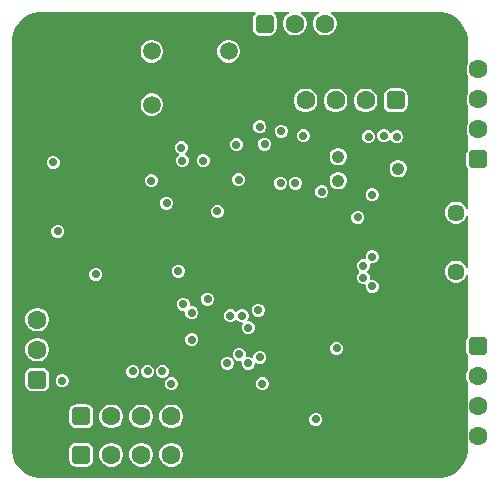
<source format=gbr>
%TF.GenerationSoftware,Altium Limited,Altium Designer,24.1.2 (44)*%
G04 Layer_Physical_Order=3*
G04 Layer_Color=16440176*
%FSLAX45Y45*%
%MOMM*%
%TF.SameCoordinates,9F746DA8-F38A-4014-887F-1EC8760E2830*%
%TF.FilePolarity,Positive*%
%TF.FileFunction,Copper,L3,Inr,Signal*%
%TF.Part,Single*%
G01*
G75*
%TA.AperFunction,ComponentPad*%
%ADD36C,1.49800*%
%ADD37C,1.06700*%
%ADD38C,1.60000*%
G04:AMPARAMS|DCode=39|XSize=1.6mm|YSize=1.6mm|CornerRadius=0.4mm|HoleSize=0mm|Usage=FLASHONLY|Rotation=0.000|XOffset=0mm|YOffset=0mm|HoleType=Round|Shape=RoundedRectangle|*
%AMROUNDEDRECTD39*
21,1,1.60000,0.80000,0,0,0.0*
21,1,0.80000,1.60000,0,0,0.0*
1,1,0.80000,0.40000,-0.40000*
1,1,0.80000,-0.40000,-0.40000*
1,1,0.80000,-0.40000,0.40000*
1,1,0.80000,0.40000,0.40000*
%
%ADD39ROUNDEDRECTD39*%
G04:AMPARAMS|DCode=40|XSize=1.6mm|YSize=1.6mm|CornerRadius=0.4mm|HoleSize=0mm|Usage=FLASHONLY|Rotation=90.000|XOffset=0mm|YOffset=0mm|HoleType=Round|Shape=RoundedRectangle|*
%AMROUNDEDRECTD40*
21,1,1.60000,0.80000,0,0,90.0*
21,1,0.80000,1.60000,0,0,90.0*
1,1,0.80000,0.40000,0.40000*
1,1,0.80000,0.40000,-0.40000*
1,1,0.80000,-0.40000,-0.40000*
1,1,0.80000,-0.40000,0.40000*
%
%ADD40ROUNDEDRECTD40*%
%ADD41C,1.45000*%
%TA.AperFunction,ViaPad*%
%ADD42C,0.80000*%
%ADD43C,0.70000*%
%ADD44C,0.50000*%
G36*
X10531106Y11340239D02*
X10577331Y11321092D01*
X10618932Y11293294D01*
X10654311Y11257915D01*
X10682109Y11216314D01*
X10701256Y11170089D01*
X10711017Y11121017D01*
Y11096000D01*
Y10907876D01*
X10706815Y10900598D01*
X10700000Y10875165D01*
Y10848835D01*
X10706815Y10823402D01*
X10711017Y10816124D01*
Y10653876D01*
X10706815Y10646598D01*
X10700000Y10621165D01*
Y10594835D01*
X10706815Y10569402D01*
X10711017Y10562124D01*
Y10399876D01*
X10706815Y10392598D01*
X10700000Y10367165D01*
Y10340835D01*
X10706815Y10315402D01*
X10711017Y10308124D01*
Y10174689D01*
X10703481Y10163411D01*
X10698825Y10140000D01*
Y10060000D01*
X10703481Y10036589D01*
X10711017Y10025312D01*
Y9679461D01*
X10698317Y9677789D01*
X10696196Y9685704D01*
X10684019Y9706796D01*
X10666796Y9724018D01*
X10645704Y9736196D01*
X10622178Y9742500D01*
X10597822D01*
X10574297Y9736196D01*
X10553204Y9724018D01*
X10535982Y9706796D01*
X10523804Y9685704D01*
X10517500Y9662178D01*
Y9637822D01*
X10523804Y9614296D01*
X10535982Y9593204D01*
X10553204Y9575982D01*
X10574297Y9563804D01*
X10597822Y9557500D01*
X10622178D01*
X10645704Y9563804D01*
X10666796Y9575982D01*
X10684019Y9593204D01*
X10696196Y9614296D01*
X10698317Y9622211D01*
X10711017Y9620539D01*
Y9179461D01*
X10698317Y9177789D01*
X10696196Y9185703D01*
X10684019Y9206796D01*
X10666796Y9224018D01*
X10645704Y9236196D01*
X10622178Y9242500D01*
X10597822D01*
X10574297Y9236196D01*
X10553204Y9224018D01*
X10535982Y9206796D01*
X10523804Y9185703D01*
X10517500Y9162178D01*
Y9137822D01*
X10523804Y9114296D01*
X10535982Y9093204D01*
X10553204Y9075982D01*
X10574297Y9063804D01*
X10597822Y9057500D01*
X10622178D01*
X10645704Y9063804D01*
X10666796Y9075982D01*
X10684019Y9093204D01*
X10696196Y9114296D01*
X10698317Y9122211D01*
X10711017Y9120539D01*
Y8597430D01*
X10700981Y8582411D01*
X10696325Y8559000D01*
Y8479000D01*
X10700981Y8455589D01*
X10711017Y8440570D01*
Y8315206D01*
X10704315Y8303598D01*
X10697500Y8278165D01*
Y8251835D01*
X10704315Y8226402D01*
X10711017Y8214794D01*
Y7654000D01*
Y7628983D01*
X10701256Y7579911D01*
X10682109Y7533686D01*
X10654311Y7492084D01*
X10618932Y7456705D01*
X10577331Y7428908D01*
X10531106Y7409761D01*
X10482034Y7400000D01*
X7080000D01*
X7030928Y7409761D01*
X6984703Y7428908D01*
X6943101Y7456705D01*
X6907722Y7492084D01*
X6879925Y7533686D01*
X6860778Y7579911D01*
X6851017Y7628983D01*
Y7654000D01*
Y9510000D01*
Y11096000D01*
Y11121017D01*
X6860778Y11170089D01*
X6879925Y11216314D01*
X6907722Y11257915D01*
X6943101Y11293294D01*
X6984703Y11321092D01*
X7030928Y11340239D01*
X7080000Y11350000D01*
X8910940D01*
X8914792Y11337300D01*
X8908743Y11333257D01*
X8895481Y11313411D01*
X8890825Y11290000D01*
Y11210000D01*
X8895481Y11186589D01*
X8908743Y11166743D01*
X8928589Y11153481D01*
X8952000Y11148825D01*
X9032000D01*
X9055411Y11153481D01*
X9075257Y11166743D01*
X9088519Y11186589D01*
X9093175Y11210000D01*
Y11290000D01*
X9088519Y11313411D01*
X9075257Y11333257D01*
X9069208Y11337300D01*
X9073060Y11350000D01*
X9193805D01*
X9197208Y11337300D01*
X9184599Y11330020D01*
X9165980Y11311401D01*
X9152815Y11288598D01*
X9146000Y11263165D01*
Y11236835D01*
X9152815Y11211402D01*
X9165980Y11188599D01*
X9184599Y11169980D01*
X9207402Y11156815D01*
X9232835Y11150000D01*
X9259165D01*
X9284598Y11156815D01*
X9307401Y11169980D01*
X9326020Y11188599D01*
X9339185Y11211402D01*
X9346000Y11236835D01*
Y11263165D01*
X9339185Y11288598D01*
X9326020Y11311401D01*
X9307401Y11330020D01*
X9294792Y11337300D01*
X9298195Y11350000D01*
X9447805D01*
X9451208Y11337300D01*
X9438599Y11330020D01*
X9419980Y11311401D01*
X9406815Y11288598D01*
X9400000Y11263165D01*
Y11236835D01*
X9406815Y11211402D01*
X9419980Y11188599D01*
X9438599Y11169980D01*
X9461402Y11156815D01*
X9486835Y11150000D01*
X9513165D01*
X9538598Y11156815D01*
X9561401Y11169980D01*
X9580020Y11188599D01*
X9593185Y11211402D01*
X9600000Y11236835D01*
Y11263165D01*
X9593185Y11288598D01*
X9580020Y11311401D01*
X9561401Y11330020D01*
X9548792Y11337300D01*
X9552195Y11350000D01*
X10482034D01*
X10531106Y11340239D01*
D02*
G37*
%LPC*%
G36*
X8697494Y11109900D02*
X8672506D01*
X8648370Y11103433D01*
X8626730Y11090939D01*
X8609061Y11073270D01*
X8596568Y11051630D01*
X8590100Y11027494D01*
Y11002506D01*
X8596568Y10978370D01*
X8609061Y10956730D01*
X8626730Y10939061D01*
X8648370Y10926567D01*
X8672506Y10920100D01*
X8697494D01*
X8721630Y10926567D01*
X8743270Y10939061D01*
X8760939Y10956730D01*
X8773433Y10978370D01*
X8779900Y11002506D01*
Y11027494D01*
X8773433Y11051630D01*
X8760939Y11073270D01*
X8743270Y11090939D01*
X8721630Y11103433D01*
X8697494Y11109900D01*
D02*
G37*
G36*
X8047494D02*
X8022506D01*
X7998370Y11103433D01*
X7976730Y11090939D01*
X7959061Y11073270D01*
X7946567Y11051630D01*
X7940100Y11027494D01*
Y11002506D01*
X7946567Y10978370D01*
X7959061Y10956730D01*
X7976730Y10939061D01*
X7998370Y10926567D01*
X8022506Y10920100D01*
X8047494D01*
X8071630Y10926567D01*
X8093270Y10939061D01*
X8110939Y10956730D01*
X8123433Y10978370D01*
X8129900Y11002506D01*
Y11027494D01*
X8123433Y11051630D01*
X8110939Y11073270D01*
X8093270Y11090939D01*
X8071630Y11103433D01*
X8047494Y11109900D01*
D02*
G37*
G36*
X9859165Y10700000D02*
X9832835D01*
X9807402Y10693185D01*
X9784599Y10680020D01*
X9765980Y10661401D01*
X9752815Y10638598D01*
X9746000Y10613165D01*
Y10586835D01*
X9752815Y10561402D01*
X9765980Y10538599D01*
X9784599Y10519980D01*
X9807402Y10506815D01*
X9832835Y10500000D01*
X9859165D01*
X9884598Y10506815D01*
X9907401Y10519980D01*
X9926020Y10538599D01*
X9939185Y10561402D01*
X9946000Y10586835D01*
Y10613165D01*
X9939185Y10638598D01*
X9926020Y10661401D01*
X9907401Y10680020D01*
X9884598Y10693185D01*
X9859165Y10700000D01*
D02*
G37*
G36*
X9605165D02*
X9578835D01*
X9553402Y10693185D01*
X9530599Y10680020D01*
X9511980Y10661401D01*
X9498815Y10638598D01*
X9492000Y10613165D01*
Y10586835D01*
X9498815Y10561402D01*
X9511980Y10538599D01*
X9530599Y10519980D01*
X9553402Y10506815D01*
X9578835Y10500000D01*
X9605165D01*
X9630598Y10506815D01*
X9653401Y10519980D01*
X9672020Y10538599D01*
X9685185Y10561402D01*
X9692000Y10586835D01*
Y10613165D01*
X9685185Y10638598D01*
X9672020Y10661401D01*
X9653401Y10680020D01*
X9630598Y10693185D01*
X9605165Y10700000D01*
D02*
G37*
G36*
X9351165D02*
X9324835D01*
X9299402Y10693185D01*
X9276599Y10680020D01*
X9257980Y10661401D01*
X9244815Y10638598D01*
X9238000Y10613165D01*
Y10586835D01*
X9244815Y10561402D01*
X9257980Y10538599D01*
X9276599Y10519980D01*
X9299402Y10506815D01*
X9324835Y10500000D01*
X9351165D01*
X9376598Y10506815D01*
X9399401Y10519980D01*
X9418020Y10538599D01*
X9431185Y10561402D01*
X9438000Y10586835D01*
Y10613165D01*
X9431185Y10638598D01*
X9418020Y10661401D01*
X9399401Y10680020D01*
X9376598Y10693185D01*
X9351165Y10700000D01*
D02*
G37*
G36*
X10140000Y10701175D02*
X10060000D01*
X10036589Y10696519D01*
X10016743Y10683257D01*
X10003481Y10663411D01*
X9998825Y10640000D01*
Y10560000D01*
X10003481Y10536589D01*
X10016743Y10516742D01*
X10036589Y10503481D01*
X10060000Y10498825D01*
X10140000D01*
X10163411Y10503481D01*
X10183258Y10516742D01*
X10196519Y10536589D01*
X10201175Y10560000D01*
Y10640000D01*
X10196519Y10663411D01*
X10183258Y10683257D01*
X10163411Y10696519D01*
X10140000Y10701175D01*
D02*
G37*
G36*
X8047494Y10659900D02*
X8022506D01*
X7998370Y10653433D01*
X7976730Y10640939D01*
X7959061Y10623270D01*
X7946567Y10601630D01*
X7940100Y10577494D01*
Y10552506D01*
X7946567Y10528370D01*
X7959061Y10506730D01*
X7976730Y10489061D01*
X7998370Y10476567D01*
X8022506Y10470100D01*
X8047494D01*
X8071630Y10476567D01*
X8093270Y10489061D01*
X8110939Y10506730D01*
X8123433Y10528370D01*
X8129900Y10552506D01*
Y10577494D01*
X8123433Y10601630D01*
X8110939Y10623270D01*
X8093270Y10640939D01*
X8071630Y10653433D01*
X8047494Y10659900D01*
D02*
G37*
G36*
X8960940Y10430000D02*
X8939060D01*
X8918845Y10421627D01*
X8903373Y10406155D01*
X8895000Y10385940D01*
Y10364060D01*
X8903373Y10343845D01*
X8918845Y10328374D01*
X8939060Y10320000D01*
X8960940D01*
X8981155Y10328374D01*
X8996626Y10343845D01*
X9005000Y10364060D01*
Y10385940D01*
X8996626Y10406155D01*
X8981155Y10421627D01*
X8960940Y10430000D01*
D02*
G37*
G36*
X9140940Y10395000D02*
X9119060D01*
X9098845Y10386626D01*
X9083374Y10371155D01*
X9075000Y10350940D01*
Y10329060D01*
X9083374Y10308845D01*
X9098845Y10293373D01*
X9119060Y10285000D01*
X9140940D01*
X9161155Y10293373D01*
X9176627Y10308845D01*
X9185000Y10329060D01*
Y10350940D01*
X9176627Y10371155D01*
X9161155Y10386626D01*
X9140940Y10395000D01*
D02*
G37*
G36*
X9328440Y10355000D02*
X9306560D01*
X9286345Y10346626D01*
X9270874Y10331155D01*
X9262500Y10310940D01*
Y10289060D01*
X9270874Y10268845D01*
X9286345Y10253373D01*
X9306560Y10245000D01*
X9328440D01*
X9348655Y10253373D01*
X9364127Y10268845D01*
X9372500Y10289060D01*
Y10310940D01*
X9364127Y10331155D01*
X9348655Y10346626D01*
X9328440Y10355000D01*
D02*
G37*
G36*
X10010940D02*
X9989060D01*
X9968845Y10346626D01*
X9953374Y10331155D01*
X9945000Y10310940D01*
Y10289060D01*
X9953374Y10268845D01*
X9968845Y10253373D01*
X9989060Y10245000D01*
X10010940D01*
X10031155Y10253373D01*
X10045819Y10268038D01*
X10051534Y10268332D01*
X10059802Y10267467D01*
X10063374Y10258845D01*
X10078845Y10243373D01*
X10099060Y10235000D01*
X10120940D01*
X10141155Y10243373D01*
X10156627Y10258845D01*
X10165000Y10279060D01*
Y10300940D01*
X10156627Y10321155D01*
X10141155Y10336627D01*
X10120940Y10345000D01*
X10099060D01*
X10078845Y10336627D01*
X10064181Y10321962D01*
X10058466Y10321668D01*
X10050198Y10322533D01*
X10046627Y10331155D01*
X10031155Y10346626D01*
X10010940Y10355000D01*
D02*
G37*
G36*
X9880940Y10345000D02*
X9859060D01*
X9838845Y10336627D01*
X9823374Y10321155D01*
X9815000Y10300940D01*
Y10279060D01*
X9823374Y10258845D01*
X9838845Y10243373D01*
X9859060Y10235000D01*
X9880940D01*
X9901155Y10243373D01*
X9916627Y10258845D01*
X9925000Y10279060D01*
Y10300940D01*
X9916627Y10321155D01*
X9901155Y10336627D01*
X9880940Y10345000D01*
D02*
G37*
G36*
X9000940Y10285000D02*
X8979060D01*
X8958845Y10276627D01*
X8943374Y10261155D01*
X8935000Y10240940D01*
Y10219060D01*
X8943374Y10198845D01*
X8958845Y10183374D01*
X8979060Y10175000D01*
X9000940D01*
X9021155Y10183374D01*
X9036627Y10198845D01*
X9045000Y10219060D01*
Y10240940D01*
X9036627Y10261155D01*
X9021155Y10276627D01*
X9000940Y10285000D01*
D02*
G37*
G36*
X8760940Y10280000D02*
X8739060D01*
X8718845Y10271627D01*
X8703373Y10256155D01*
X8695000Y10235940D01*
Y10214060D01*
X8703373Y10193845D01*
X8718845Y10178374D01*
X8739060Y10170000D01*
X8760940D01*
X8781155Y10178374D01*
X8796627Y10193845D01*
X8805000Y10214060D01*
Y10235940D01*
X8796627Y10256155D01*
X8781155Y10271627D01*
X8760940Y10280000D01*
D02*
G37*
G36*
X9623157Y10197450D02*
X9603843D01*
X9585188Y10192451D01*
X9568462Y10182794D01*
X9554805Y10169138D01*
X9545149Y10152412D01*
X9540150Y10133756D01*
Y10114443D01*
X9545149Y10095788D01*
X9554805Y10079062D01*
X9568462Y10065405D01*
X9585188Y10055749D01*
X9603843Y10050750D01*
X9623157D01*
X9641812Y10055749D01*
X9658538Y10065405D01*
X9672195Y10079062D01*
X9681851Y10095788D01*
X9686850Y10114443D01*
Y10133756D01*
X9681851Y10152412D01*
X9672195Y10169138D01*
X9658538Y10182794D01*
X9641812Y10192451D01*
X9623157Y10197450D01*
D02*
G37*
G36*
X8480940Y10145000D02*
X8459060D01*
X8438845Y10136626D01*
X8423374Y10121155D01*
X8415000Y10100940D01*
Y10079060D01*
X8423374Y10058845D01*
X8438845Y10043373D01*
X8459060Y10035000D01*
X8480940D01*
X8501155Y10043373D01*
X8516627Y10058845D01*
X8525000Y10079060D01*
Y10100940D01*
X8516627Y10121155D01*
X8501155Y10136626D01*
X8480940Y10145000D01*
D02*
G37*
G36*
X8297352Y10255000D02*
X8275472D01*
X8255257Y10246626D01*
X8239785Y10231155D01*
X8231412Y10210940D01*
Y10189060D01*
X8239785Y10168845D01*
X8255257Y10153373D01*
X8261923Y10150612D01*
Y10136866D01*
X8261345Y10136626D01*
X8245874Y10121155D01*
X8237500Y10100940D01*
Y10079060D01*
X8245874Y10058845D01*
X8261345Y10043373D01*
X8281560Y10035000D01*
X8303440D01*
X8323655Y10043373D01*
X8339127Y10058845D01*
X8347500Y10079060D01*
Y10100940D01*
X8339127Y10121155D01*
X8323655Y10136626D01*
X8316989Y10139388D01*
Y10153134D01*
X8317567Y10153373D01*
X8333038Y10168845D01*
X8341412Y10189060D01*
Y10210940D01*
X8333038Y10231155D01*
X8317567Y10246626D01*
X8297352Y10255000D01*
D02*
G37*
G36*
X7210940Y10130000D02*
X7189060D01*
X7168845Y10121626D01*
X7153374Y10106155D01*
X7145000Y10085940D01*
Y10064060D01*
X7153374Y10043845D01*
X7168845Y10028373D01*
X7189060Y10020000D01*
X7210940D01*
X7231155Y10028373D01*
X7246627Y10043845D01*
X7255000Y10064060D01*
Y10085940D01*
X7246627Y10106155D01*
X7231155Y10121626D01*
X7210940Y10130000D01*
D02*
G37*
G36*
X10131157Y10095850D02*
X10111843D01*
X10093188Y10090851D01*
X10076462Y10081194D01*
X10062805Y10067538D01*
X10053149Y10050812D01*
X10048150Y10032156D01*
Y10012843D01*
X10053149Y9994188D01*
X10062805Y9977462D01*
X10076462Y9963805D01*
X10093188Y9954149D01*
X10111843Y9949150D01*
X10131157D01*
X10149812Y9954149D01*
X10166538Y9963805D01*
X10180195Y9977462D01*
X10189851Y9994188D01*
X10194850Y10012843D01*
Y10032156D01*
X10189851Y10050812D01*
X10180195Y10067538D01*
X10166538Y10081194D01*
X10149812Y10090851D01*
X10131157Y10095850D01*
D02*
G37*
G36*
X8780940Y9985000D02*
X8759060D01*
X8738845Y9976626D01*
X8723373Y9961155D01*
X8715000Y9940940D01*
Y9919060D01*
X8723373Y9898845D01*
X8738845Y9883373D01*
X8759060Y9875000D01*
X8780940D01*
X8801155Y9883373D01*
X8816627Y9898845D01*
X8825000Y9919060D01*
Y9940940D01*
X8816627Y9961155D01*
X8801155Y9976626D01*
X8780940Y9985000D01*
D02*
G37*
G36*
X8040940Y9975000D02*
X8019060D01*
X7998845Y9966626D01*
X7983373Y9951155D01*
X7975000Y9930940D01*
Y9909060D01*
X7983373Y9888845D01*
X7998845Y9873373D01*
X8019060Y9865000D01*
X8040940D01*
X8061155Y9873373D01*
X8076626Y9888845D01*
X8085000Y9909060D01*
Y9930940D01*
X8076626Y9951155D01*
X8061155Y9966626D01*
X8040940Y9975000D01*
D02*
G37*
G36*
X9623157Y9994250D02*
X9603843D01*
X9585188Y9989251D01*
X9568462Y9979594D01*
X9554805Y9965938D01*
X9545149Y9949212D01*
X9540150Y9930556D01*
Y9911243D01*
X9545149Y9892588D01*
X9554805Y9875862D01*
X9568462Y9862205D01*
X9585188Y9852549D01*
X9603843Y9847550D01*
X9623157D01*
X9641812Y9852549D01*
X9658538Y9862205D01*
X9672195Y9875862D01*
X9681851Y9892588D01*
X9686850Y9911243D01*
Y9930556D01*
X9681851Y9949212D01*
X9672195Y9965938D01*
X9658538Y9979594D01*
X9641812Y9989251D01*
X9623157Y9994250D01*
D02*
G37*
G36*
X9260940Y9955000D02*
X9239060D01*
X9218845Y9946627D01*
X9203374Y9931155D01*
X9195000Y9910940D01*
Y9889060D01*
X9203374Y9868845D01*
X9218845Y9853373D01*
X9239060Y9845000D01*
X9260940D01*
X9281155Y9853373D01*
X9296627Y9868845D01*
X9305000Y9889060D01*
Y9910940D01*
X9296627Y9931155D01*
X9281155Y9946627D01*
X9260940Y9955000D01*
D02*
G37*
G36*
X9135940D02*
X9114060D01*
X9093845Y9946627D01*
X9078374Y9931155D01*
X9070000Y9910940D01*
Y9889060D01*
X9078374Y9868845D01*
X9093845Y9853373D01*
X9114060Y9845000D01*
X9135940D01*
X9156155Y9853373D01*
X9171627Y9868845D01*
X9180000Y9889060D01*
Y9910940D01*
X9171627Y9931155D01*
X9156155Y9946627D01*
X9135940Y9955000D01*
D02*
G37*
G36*
X9485940Y9880000D02*
X9464060D01*
X9443845Y9871626D01*
X9428374Y9856155D01*
X9420000Y9835940D01*
Y9814060D01*
X9428374Y9793845D01*
X9443845Y9778373D01*
X9464060Y9770000D01*
X9485940D01*
X9506155Y9778373D01*
X9521627Y9793845D01*
X9530000Y9814060D01*
Y9835940D01*
X9521627Y9856155D01*
X9506155Y9871626D01*
X9485940Y9880000D01*
D02*
G37*
G36*
X9910940Y9855000D02*
X9889060D01*
X9868845Y9846626D01*
X9853373Y9831155D01*
X9845000Y9810940D01*
Y9789060D01*
X9853373Y9768845D01*
X9868845Y9753373D01*
X9889060Y9745000D01*
X9910940D01*
X9931155Y9753373D01*
X9946627Y9768845D01*
X9955000Y9789060D01*
Y9810940D01*
X9946627Y9831155D01*
X9931155Y9846626D01*
X9910940Y9855000D01*
D02*
G37*
G36*
X8170940Y9785000D02*
X8149060D01*
X8128845Y9776627D01*
X8113373Y9761155D01*
X8105000Y9740940D01*
Y9719060D01*
X8113373Y9698845D01*
X8128845Y9683374D01*
X8149060Y9675000D01*
X8170940D01*
X8191155Y9683374D01*
X8206626Y9698845D01*
X8215000Y9719060D01*
Y9740940D01*
X8206626Y9761155D01*
X8191155Y9776627D01*
X8170940Y9785000D01*
D02*
G37*
G36*
X8600940Y9715000D02*
X8579060D01*
X8558845Y9706627D01*
X8543374Y9691155D01*
X8535000Y9670940D01*
Y9649060D01*
X8543374Y9628845D01*
X8558845Y9613373D01*
X8579060Y9605000D01*
X8600940D01*
X8621155Y9613373D01*
X8636627Y9628845D01*
X8645000Y9649060D01*
Y9670940D01*
X8636627Y9691155D01*
X8621155Y9706627D01*
X8600940Y9715000D01*
D02*
G37*
G36*
X9790940Y9665000D02*
X9769060D01*
X9748845Y9656627D01*
X9733373Y9641155D01*
X9725000Y9620940D01*
Y9599060D01*
X9733373Y9578845D01*
X9748845Y9563374D01*
X9769060Y9555000D01*
X9790940D01*
X9811155Y9563374D01*
X9826627Y9578845D01*
X9835000Y9599060D01*
Y9620940D01*
X9826627Y9641155D01*
X9811155Y9656627D01*
X9790940Y9665000D01*
D02*
G37*
G36*
X7250940Y9545000D02*
X7229060D01*
X7208845Y9536627D01*
X7193373Y9521155D01*
X7185000Y9500940D01*
Y9479060D01*
X7193373Y9458845D01*
X7208845Y9443374D01*
X7229060Y9435000D01*
X7250940D01*
X7271155Y9443374D01*
X7286627Y9458845D01*
X7295000Y9479060D01*
Y9500940D01*
X7286627Y9521155D01*
X7271155Y9536627D01*
X7250940Y9545000D01*
D02*
G37*
G36*
X8270940Y9210000D02*
X8249060D01*
X8228845Y9201627D01*
X8213373Y9186155D01*
X8205000Y9165940D01*
Y9144060D01*
X8213373Y9123845D01*
X8228845Y9108373D01*
X8249060Y9100000D01*
X8270940D01*
X8291155Y9108373D01*
X8306627Y9123845D01*
X8315000Y9144060D01*
Y9165940D01*
X8306627Y9186155D01*
X8291155Y9201627D01*
X8270940Y9210000D01*
D02*
G37*
G36*
X7572729Y9183210D02*
X7550849D01*
X7530634Y9174837D01*
X7515163Y9159365D01*
X7506789Y9139150D01*
Y9117270D01*
X7515163Y9097055D01*
X7530634Y9081584D01*
X7550849Y9073210D01*
X7572729D01*
X7592944Y9081584D01*
X7608416Y9097055D01*
X7616789Y9117270D01*
Y9139150D01*
X7608416Y9159365D01*
X7592944Y9174837D01*
X7572729Y9183210D01*
D02*
G37*
G36*
X9910741Y9330199D02*
X9888861D01*
X9868647Y9321825D01*
X9853175Y9306353D01*
X9844801Y9286139D01*
Y9265400D01*
X9840664Y9260525D01*
X9834795Y9255229D01*
X9814289D01*
X9794075Y9246856D01*
X9778603Y9231384D01*
X9770230Y9211170D01*
Y9189289D01*
X9778603Y9169075D01*
X9789220Y9158457D01*
X9792540Y9149965D01*
X9789151Y9141933D01*
X9778373Y9131155D01*
X9770000Y9110940D01*
Y9089060D01*
X9778373Y9068845D01*
X9793845Y9053374D01*
X9814060Y9045000D01*
X9835940D01*
X9836076Y9045057D01*
X9845057Y9036076D01*
X9845000Y9035940D01*
Y9014060D01*
X9853373Y8993845D01*
X9868845Y8978373D01*
X9889060Y8970000D01*
X9910940D01*
X9931155Y8978373D01*
X9946627Y8993845D01*
X9955000Y9014060D01*
Y9035940D01*
X9946627Y9056155D01*
X9931155Y9071627D01*
X9910940Y9080000D01*
X9889060D01*
X9888924Y9079943D01*
X9879943Y9088924D01*
X9880000Y9089060D01*
Y9110940D01*
X9871626Y9131155D01*
X9861009Y9141772D01*
X9857690Y9150264D01*
X9861078Y9158297D01*
X9871856Y9169075D01*
X9880229Y9189289D01*
Y9210028D01*
X9884367Y9214903D01*
X9890236Y9220199D01*
X9910741D01*
X9930956Y9228572D01*
X9946428Y9244044D01*
X9954801Y9264259D01*
Y9286139D01*
X9946428Y9306353D01*
X9930956Y9321825D01*
X9910741Y9330199D01*
D02*
G37*
G36*
X8518252Y8972583D02*
X8496372D01*
X8476157Y8964209D01*
X8460686Y8948738D01*
X8452312Y8928523D01*
Y8906643D01*
X8460686Y8886428D01*
X8476157Y8870956D01*
X8496372Y8862583D01*
X8518252D01*
X8538467Y8870956D01*
X8553939Y8886428D01*
X8562312Y8906643D01*
Y8928523D01*
X8553939Y8948738D01*
X8538467Y8964209D01*
X8518252Y8972583D01*
D02*
G37*
G36*
X8810940Y8830000D02*
X8789060D01*
X8768845Y8821627D01*
X8758297Y8811078D01*
X8750000Y8807578D01*
X8741703Y8811078D01*
X8731155Y8821627D01*
X8710940Y8830000D01*
X8689060D01*
X8668845Y8821627D01*
X8653374Y8806155D01*
X8645000Y8785940D01*
Y8764060D01*
X8653374Y8743845D01*
X8668845Y8728373D01*
X8689060Y8720000D01*
X8710940D01*
X8731155Y8728373D01*
X8741703Y8738922D01*
X8750000Y8742422D01*
X8758297Y8738922D01*
X8768845Y8728373D01*
X8789060Y8720000D01*
X8799258D01*
X8804519Y8707300D01*
X8803374Y8706155D01*
X8795000Y8685940D01*
Y8664060D01*
X8803374Y8643845D01*
X8818845Y8628373D01*
X8839060Y8620000D01*
X8860940D01*
X8881155Y8628373D01*
X8896627Y8643845D01*
X8905000Y8664060D01*
Y8685940D01*
X8896627Y8706155D01*
X8881155Y8721626D01*
X8860940Y8730000D01*
X8850742D01*
X8845481Y8742700D01*
X8846626Y8743845D01*
X8855000Y8764060D01*
Y8785940D01*
X8846626Y8806155D01*
X8831155Y8821627D01*
X8810940Y8830000D01*
D02*
G37*
G36*
X8945940Y8880000D02*
X8924060D01*
X8903845Y8871626D01*
X8888373Y8856155D01*
X8880000Y8835940D01*
Y8814060D01*
X8888373Y8793845D01*
X8903845Y8778373D01*
X8924060Y8770000D01*
X8945940D01*
X8966155Y8778373D01*
X8981626Y8793845D01*
X8990000Y8814060D01*
Y8835940D01*
X8981626Y8856155D01*
X8966155Y8871626D01*
X8945940Y8880000D01*
D02*
G37*
G36*
X8310940Y8930000D02*
X8289060D01*
X8268845Y8921627D01*
X8253373Y8906155D01*
X8245000Y8885940D01*
Y8864060D01*
X8253373Y8843845D01*
X8268845Y8828374D01*
X8289060Y8820000D01*
X8310940D01*
X8311076Y8820057D01*
X8320057Y8811076D01*
X8320000Y8810940D01*
Y8789060D01*
X8328373Y8768845D01*
X8343845Y8753373D01*
X8364060Y8745000D01*
X8385940D01*
X8406155Y8753373D01*
X8421627Y8768845D01*
X8430000Y8789060D01*
Y8810940D01*
X8421627Y8831155D01*
X8406155Y8846626D01*
X8385940Y8855000D01*
X8364060D01*
X8363924Y8854943D01*
X8354943Y8863924D01*
X8355000Y8864060D01*
Y8885940D01*
X8346626Y8906155D01*
X8331155Y8921627D01*
X8310940Y8930000D01*
D02*
G37*
G36*
X7078165Y8844500D02*
X7051835D01*
X7026402Y8837685D01*
X7003599Y8824520D01*
X6984980Y8805901D01*
X6971815Y8783098D01*
X6965000Y8757665D01*
Y8731335D01*
X6971815Y8705902D01*
X6984980Y8683099D01*
X7003599Y8664480D01*
X7026402Y8651315D01*
X7051835Y8644500D01*
X7078165D01*
X7103598Y8651315D01*
X7126401Y8664480D01*
X7145020Y8683099D01*
X7158185Y8705902D01*
X7165000Y8731335D01*
Y8757665D01*
X7158185Y8783098D01*
X7145020Y8805901D01*
X7126401Y8824520D01*
X7103598Y8837685D01*
X7078165Y8844500D01*
D02*
G37*
G36*
X8385940Y8630000D02*
X8364060D01*
X8343845Y8621627D01*
X8328373Y8606155D01*
X8320000Y8585940D01*
Y8564060D01*
X8328373Y8543845D01*
X8343845Y8528374D01*
X8364060Y8520000D01*
X8385940D01*
X8406155Y8528374D01*
X8421627Y8543845D01*
X8430000Y8564060D01*
Y8585940D01*
X8421627Y8606155D01*
X8406155Y8621627D01*
X8385940Y8630000D01*
D02*
G37*
G36*
X9610940Y8555000D02*
X9589060D01*
X9568845Y8546627D01*
X9553374Y8531155D01*
X9545000Y8510940D01*
Y8489060D01*
X9553374Y8468845D01*
X9568845Y8453373D01*
X9589060Y8445000D01*
X9610940D01*
X9631155Y8453373D01*
X9646627Y8468845D01*
X9655000Y8489060D01*
Y8510940D01*
X9646627Y8531155D01*
X9631155Y8546627D01*
X9610940Y8555000D01*
D02*
G37*
G36*
X7078165Y8590500D02*
X7051835D01*
X7026402Y8583685D01*
X7003599Y8570520D01*
X6984980Y8551901D01*
X6971815Y8529098D01*
X6965000Y8503665D01*
Y8477335D01*
X6971815Y8451902D01*
X6984980Y8429099D01*
X7003599Y8410480D01*
X7026402Y8397315D01*
X7051835Y8390500D01*
X7078165D01*
X7103598Y8397315D01*
X7126401Y8410480D01*
X7145020Y8429099D01*
X7158185Y8451902D01*
X7165000Y8477335D01*
Y8503665D01*
X7158185Y8529098D01*
X7145020Y8551901D01*
X7126401Y8570520D01*
X7103598Y8583685D01*
X7078165Y8590500D01*
D02*
G37*
G36*
X8785940Y8505000D02*
X8764060D01*
X8743845Y8496627D01*
X8728373Y8481155D01*
X8720000Y8460940D01*
Y8439060D01*
X8728373Y8418845D01*
X8743845Y8403374D01*
X8764060Y8395000D01*
X8785940D01*
X8786076Y8395057D01*
X8795057Y8386076D01*
X8795000Y8385940D01*
Y8364060D01*
X8803374Y8343845D01*
X8818845Y8328373D01*
X8839060Y8320000D01*
X8860940D01*
X8881155Y8328373D01*
X8896627Y8343845D01*
X8905000Y8364060D01*
Y8374258D01*
X8917700Y8379518D01*
X8918845Y8378373D01*
X8939060Y8370000D01*
X8960940D01*
X8981155Y8378373D01*
X8996626Y8393845D01*
X9005000Y8414060D01*
Y8435940D01*
X8996626Y8456155D01*
X8981155Y8471626D01*
X8960940Y8480000D01*
X8939060D01*
X8918845Y8471626D01*
X8903373Y8456155D01*
X8895000Y8435940D01*
Y8425742D01*
X8882300Y8420482D01*
X8881155Y8421627D01*
X8860940Y8430000D01*
X8839060D01*
X8838924Y8429944D01*
X8829943Y8438924D01*
X8830000Y8439060D01*
Y8460940D01*
X8821627Y8481155D01*
X8806155Y8496627D01*
X8785940Y8505000D01*
D02*
G37*
G36*
X8685940Y8430000D02*
X8664060D01*
X8643845Y8421627D01*
X8628373Y8406155D01*
X8620000Y8385940D01*
Y8364060D01*
X8628373Y8343845D01*
X8643845Y8328373D01*
X8664060Y8320000D01*
X8685940D01*
X8706155Y8328373D01*
X8721626Y8343845D01*
X8730000Y8364060D01*
Y8385940D01*
X8721626Y8406155D01*
X8706155Y8421627D01*
X8685940Y8430000D01*
D02*
G37*
G36*
X8135940Y8360000D02*
X8114060D01*
X8093845Y8351627D01*
X8078373Y8336155D01*
X8070000Y8315940D01*
Y8294060D01*
X8078373Y8273845D01*
X8093845Y8258374D01*
X8114060Y8250000D01*
X8135940D01*
X8156155Y8258374D01*
X8171627Y8273845D01*
X8180000Y8294060D01*
Y8315940D01*
X8171627Y8336155D01*
X8156155Y8351627D01*
X8135940Y8360000D01*
D02*
G37*
G36*
X8010940D02*
X7989060D01*
X7968845Y8351627D01*
X7953373Y8336155D01*
X7945000Y8315940D01*
Y8294060D01*
X7953373Y8273845D01*
X7968845Y8258374D01*
X7989060Y8250000D01*
X8010940D01*
X8031155Y8258374D01*
X8046627Y8273845D01*
X8055000Y8294060D01*
Y8315940D01*
X8046627Y8336155D01*
X8031155Y8351627D01*
X8010940Y8360000D01*
D02*
G37*
G36*
X7885940D02*
X7864060D01*
X7843845Y8351627D01*
X7828373Y8336155D01*
X7820000Y8315940D01*
Y8294060D01*
X7828373Y8273845D01*
X7843845Y8258374D01*
X7864060Y8250000D01*
X7885940D01*
X7906155Y8258374D01*
X7921627Y8273845D01*
X7930000Y8294060D01*
Y8315940D01*
X7921627Y8336155D01*
X7906155Y8351627D01*
X7885940Y8360000D01*
D02*
G37*
G36*
X7285940Y8280000D02*
X7264060D01*
X7243845Y8271627D01*
X7228373Y8256155D01*
X7220000Y8235940D01*
Y8214060D01*
X7228373Y8193845D01*
X7243845Y8178374D01*
X7264060Y8170000D01*
X7285940D01*
X7306155Y8178374D01*
X7321626Y8193845D01*
X7330000Y8214060D01*
Y8235940D01*
X7321626Y8256155D01*
X7306155Y8271627D01*
X7285940Y8280000D01*
D02*
G37*
G36*
X8982019Y8255000D02*
X8960139D01*
X8939924Y8246627D01*
X8924452Y8231155D01*
X8916079Y8210940D01*
Y8189060D01*
X8924452Y8168845D01*
X8939924Y8153374D01*
X8960139Y8145000D01*
X8982019D01*
X9002233Y8153374D01*
X9017705Y8168845D01*
X9026078Y8189060D01*
Y8210940D01*
X9017705Y8231155D01*
X9002233Y8246627D01*
X8982019Y8255000D01*
D02*
G37*
G36*
X8210940D02*
X8189060D01*
X8168845Y8246627D01*
X8153374Y8231155D01*
X8145000Y8210940D01*
Y8189060D01*
X8153374Y8168845D01*
X8168845Y8153374D01*
X8189060Y8145000D01*
X8210940D01*
X8231155Y8153374D01*
X8246627Y8168845D01*
X8255000Y8189060D01*
Y8210940D01*
X8246627Y8231155D01*
X8231155Y8246627D01*
X8210940Y8255000D01*
D02*
G37*
G36*
X7105000Y8337675D02*
X7025000D01*
X7001589Y8333019D01*
X6981743Y8319757D01*
X6968481Y8299911D01*
X6963825Y8276500D01*
Y8196500D01*
X6968481Y8173089D01*
X6981743Y8153243D01*
X7001589Y8139981D01*
X7025000Y8135325D01*
X7105000D01*
X7128411Y8139981D01*
X7148257Y8153243D01*
X7161519Y8173089D01*
X7166175Y8196500D01*
Y8276500D01*
X7161519Y8299911D01*
X7148257Y8319757D01*
X7128411Y8333019D01*
X7105000Y8337675D01*
D02*
G37*
G36*
X9435940Y7955000D02*
X9414060D01*
X9393845Y7946626D01*
X9378373Y7931155D01*
X9370000Y7910940D01*
Y7889060D01*
X9378373Y7868845D01*
X9393845Y7853373D01*
X9414060Y7845000D01*
X9435940D01*
X9456155Y7853373D01*
X9471626Y7868845D01*
X9480000Y7889060D01*
Y7910940D01*
X9471626Y7931155D01*
X9456155Y7946626D01*
X9435940Y7955000D01*
D02*
G37*
G36*
X8213165Y8025000D02*
X8186835D01*
X8161402Y8018185D01*
X8138599Y8005020D01*
X8119980Y7986401D01*
X8106815Y7963598D01*
X8100000Y7938165D01*
Y7911835D01*
X8106815Y7886402D01*
X8119980Y7863599D01*
X8138599Y7844980D01*
X8161402Y7831815D01*
X8186835Y7825000D01*
X8213165D01*
X8238598Y7831815D01*
X8261401Y7844980D01*
X8280020Y7863599D01*
X8293185Y7886402D01*
X8300000Y7911835D01*
Y7938165D01*
X8293185Y7963598D01*
X8280020Y7986401D01*
X8261401Y8005020D01*
X8238598Y8018185D01*
X8213165Y8025000D01*
D02*
G37*
G36*
X7959165D02*
X7932835D01*
X7907402Y8018185D01*
X7884599Y8005020D01*
X7865980Y7986401D01*
X7852815Y7963598D01*
X7846000Y7938165D01*
Y7911835D01*
X7852815Y7886402D01*
X7865980Y7863599D01*
X7884599Y7844980D01*
X7907402Y7831815D01*
X7932835Y7825000D01*
X7959165D01*
X7984598Y7831815D01*
X8007401Y7844980D01*
X8026020Y7863599D01*
X8039185Y7886402D01*
X8046000Y7911835D01*
Y7938165D01*
X8039185Y7963598D01*
X8026020Y7986401D01*
X8007401Y8005020D01*
X7984598Y8018185D01*
X7959165Y8025000D01*
D02*
G37*
G36*
X7705165D02*
X7678835D01*
X7653402Y8018185D01*
X7630599Y8005020D01*
X7611980Y7986401D01*
X7598815Y7963598D01*
X7592000Y7938165D01*
Y7911835D01*
X7598815Y7886402D01*
X7611980Y7863599D01*
X7630599Y7844980D01*
X7653402Y7831815D01*
X7678835Y7825000D01*
X7705165D01*
X7730598Y7831815D01*
X7753401Y7844980D01*
X7772020Y7863599D01*
X7785185Y7886402D01*
X7792000Y7911835D01*
Y7938165D01*
X7785185Y7963598D01*
X7772020Y7986401D01*
X7753401Y8005020D01*
X7730598Y8018185D01*
X7705165Y8025000D01*
D02*
G37*
G36*
X7478000Y8026175D02*
X7398000D01*
X7374589Y8021519D01*
X7354743Y8008257D01*
X7341481Y7988411D01*
X7336825Y7965000D01*
Y7885000D01*
X7341481Y7861589D01*
X7354743Y7841743D01*
X7374589Y7828481D01*
X7398000Y7823825D01*
X7478000D01*
X7501411Y7828481D01*
X7521258Y7841743D01*
X7534519Y7861589D01*
X7539175Y7885000D01*
Y7965000D01*
X7534519Y7988411D01*
X7521258Y8008257D01*
X7501411Y8021519D01*
X7478000Y8026175D01*
D02*
G37*
G36*
X8213165Y7700000D02*
X8186835D01*
X8161402Y7693185D01*
X8138599Y7680020D01*
X8119980Y7661401D01*
X8106815Y7638598D01*
X8100000Y7613165D01*
Y7586835D01*
X8106815Y7561402D01*
X8119980Y7538599D01*
X8138599Y7519980D01*
X8161402Y7506815D01*
X8186835Y7500000D01*
X8213165D01*
X8238598Y7506815D01*
X8261401Y7519980D01*
X8280020Y7538599D01*
X8293185Y7561402D01*
X8300000Y7586835D01*
Y7613165D01*
X8293185Y7638598D01*
X8280020Y7661401D01*
X8261401Y7680020D01*
X8238598Y7693185D01*
X8213165Y7700000D01*
D02*
G37*
G36*
X7959165D02*
X7932835D01*
X7907402Y7693185D01*
X7884599Y7680020D01*
X7865980Y7661401D01*
X7852815Y7638598D01*
X7846000Y7613165D01*
Y7586835D01*
X7852815Y7561402D01*
X7865980Y7538599D01*
X7884599Y7519980D01*
X7907402Y7506815D01*
X7932835Y7500000D01*
X7959165D01*
X7984598Y7506815D01*
X8007401Y7519980D01*
X8026020Y7538599D01*
X8039185Y7561402D01*
X8046000Y7586835D01*
Y7613165D01*
X8039185Y7638598D01*
X8026020Y7661401D01*
X8007401Y7680020D01*
X7984598Y7693185D01*
X7959165Y7700000D01*
D02*
G37*
G36*
X7705165D02*
X7678835D01*
X7653402Y7693185D01*
X7630599Y7680020D01*
X7611980Y7661401D01*
X7598815Y7638598D01*
X7592000Y7613165D01*
Y7586835D01*
X7598815Y7561402D01*
X7611980Y7538599D01*
X7630599Y7519980D01*
X7653402Y7506815D01*
X7678835Y7500000D01*
X7705165D01*
X7730598Y7506815D01*
X7753401Y7519980D01*
X7772020Y7538599D01*
X7785185Y7561402D01*
X7792000Y7586835D01*
Y7613165D01*
X7785185Y7638598D01*
X7772020Y7661401D01*
X7753401Y7680020D01*
X7730598Y7693185D01*
X7705165Y7700000D01*
D02*
G37*
G36*
X7478000Y7701175D02*
X7398000D01*
X7374589Y7696519D01*
X7354743Y7683257D01*
X7341481Y7663411D01*
X7336825Y7640000D01*
Y7560000D01*
X7341481Y7536589D01*
X7354743Y7516743D01*
X7374589Y7503481D01*
X7398000Y7498825D01*
X7478000D01*
X7501411Y7503481D01*
X7521258Y7516743D01*
X7534519Y7536589D01*
X7539175Y7560000D01*
Y7640000D01*
X7534519Y7663411D01*
X7521258Y7683257D01*
X7501411Y7696519D01*
X7478000Y7701175D01*
D02*
G37*
%LPD*%
D36*
X8685000Y10565000D02*
D03*
X8035000D02*
D03*
X8685000Y11015000D02*
D03*
X8035000D02*
D03*
D37*
X9613500Y10124100D02*
D03*
Y9920900D02*
D03*
X10121500Y10022500D02*
D03*
D38*
X9246000Y11250000D02*
D03*
X9500000D02*
D03*
X9754000D02*
D03*
X9846000Y10600000D02*
D03*
X9592000D02*
D03*
X9338000D02*
D03*
X10800000Y10354000D02*
D03*
Y10608000D02*
D03*
Y10862000D02*
D03*
X10797500Y8265000D02*
D03*
Y8011000D02*
D03*
Y7757000D02*
D03*
X7065000Y8490500D02*
D03*
Y8744500D02*
D03*
Y8998500D02*
D03*
X7692000Y7925000D02*
D03*
X7946000D02*
D03*
X8200000D02*
D03*
X7692000Y7600000D02*
D03*
X7946000D02*
D03*
X8200000D02*
D03*
D39*
X8992000Y11250000D02*
D03*
X10100000Y10600000D02*
D03*
X7438000Y7925000D02*
D03*
Y7600000D02*
D03*
D40*
X10800000Y10100000D02*
D03*
X10797500Y8519000D02*
D03*
X7065000Y8236500D02*
D03*
D41*
X10610000Y9150000D02*
D03*
Y9650000D02*
D03*
D42*
X10567500Y8885000D02*
D03*
X6955000Y7512500D02*
D03*
X6980000Y7912500D02*
D03*
X7487500Y10655000D02*
D03*
X7785000Y10402500D02*
D03*
X6987500D02*
D03*
X7010000Y10865000D02*
D03*
X7707710Y11202034D02*
D03*
X7080000Y11187500D02*
D03*
X9510000Y8115000D02*
D03*
X10430000Y9085000D02*
D03*
X9955000Y9517500D02*
D03*
X10315000Y10327500D02*
D03*
X10557500Y11242500D02*
D03*
X10110000Y11265000D02*
D03*
X10305000Y11010000D02*
D03*
X9947500Y10837500D02*
D03*
X9122500Y10947500D02*
D03*
X9375000Y10922500D02*
D03*
X8847500Y10837500D02*
D03*
X7762500Y10902500D02*
D03*
X7202500Y10595000D02*
D03*
X7590000Y10242500D02*
D03*
X7087500Y9295000D02*
D03*
X9185000Y8310000D02*
D03*
X10452500Y7512500D02*
D03*
X9477860Y7613086D02*
D03*
X8470000Y7630000D02*
D03*
X7065000Y7672500D02*
D03*
D43*
X10030000Y8690000D02*
D03*
X10152500D02*
D03*
X10302500Y8160000D02*
D03*
X10215000Y8345000D02*
D03*
X10080000Y8340000D02*
D03*
X7605000Y9852500D02*
D03*
X7610000Y9725000D02*
D03*
X7470000Y9722500D02*
D03*
X7472500Y9860000D02*
D03*
X8337500Y9402500D02*
D03*
X9675000Y10925000D02*
D03*
X9475000Y9825000D02*
D03*
X9317500Y10300000D02*
D03*
X9130000Y10340000D02*
D03*
X9250000Y9900000D02*
D03*
X9125000D02*
D03*
X9900000Y9025000D02*
D03*
X9825000Y9100000D02*
D03*
X9899801Y9275199D02*
D03*
X9825230Y9200230D02*
D03*
X10000000Y10300000D02*
D03*
X9900000Y9800000D02*
D03*
X8935000Y8825000D02*
D03*
X8950000Y8425000D02*
D03*
X8850000Y8675000D02*
D03*
Y8375000D02*
D03*
X8800000Y8775000D02*
D03*
X8775000Y8450000D02*
D03*
X8675000Y8375000D02*
D03*
X8700000Y8775000D02*
D03*
X8375000Y8575000D02*
D03*
Y8800000D02*
D03*
X8125000Y8305000D02*
D03*
X8142950Y8607049D02*
D03*
X8000000Y8305000D02*
D03*
X8300000Y8875000D02*
D03*
X7875000Y8305000D02*
D03*
X8971079Y8200000D02*
D03*
X8200000D02*
D03*
X8507312Y8917583D02*
D03*
X7275000Y8225000D02*
D03*
X7300000Y9025000D02*
D03*
X8950000Y10375000D02*
D03*
X8990000Y10230000D02*
D03*
X8750000Y10225000D02*
D03*
X7240000Y9490000D02*
D03*
X7200000Y10075000D02*
D03*
X7561789Y9128210D02*
D03*
X7575000Y8750000D02*
D03*
Y8950000D02*
D03*
X7900000Y9475000D02*
D03*
X9600000Y8500000D02*
D03*
X9275000Y8475000D02*
D03*
X8175000Y8825000D02*
D03*
X9425000Y7900000D02*
D03*
X8286412Y10200000D02*
D03*
X8292500Y10090000D02*
D03*
X8375000Y10300000D02*
D03*
X10563195Y7650015D02*
D03*
X10436250Y9533750D02*
D03*
X10110000Y10290000D02*
D03*
X8470000Y10090000D02*
D03*
X8030000Y9920000D02*
D03*
X8770000Y9930000D02*
D03*
X9780000Y9610000D02*
D03*
X9575000Y8625000D02*
D03*
X8590000Y9660000D02*
D03*
X8160000Y9730000D02*
D03*
X7650000Y9400000D02*
D03*
X7775000Y9475000D02*
D03*
X6975000Y9575000D02*
D03*
X7050000Y10025000D02*
D03*
X8850000Y9990000D02*
D03*
X9730000Y10283911D02*
D03*
X10350000Y8783911D02*
D03*
X9325000Y8625000D02*
D03*
X8325000Y9025000D02*
D03*
X8525000Y9825000D02*
D03*
X7750000Y10125000D02*
D03*
X7175000Y9575000D02*
D03*
X9870000Y10290000D02*
D03*
X8260000Y9155000D02*
D03*
D44*
X9235000Y9055000D02*
D03*
X9125000D02*
D03*
X9015000D02*
D03*
X8905000D02*
D03*
X8795000D02*
D03*
X9235000Y9165000D02*
D03*
X9125000D02*
D03*
X9015000D02*
D03*
X8905000D02*
D03*
X8795000D02*
D03*
X9235000Y9275000D02*
D03*
X9125000D02*
D03*
X9015000D02*
D03*
X8905000D02*
D03*
X8795000D02*
D03*
X9235000Y9385000D02*
D03*
X9125000D02*
D03*
X9015000D02*
D03*
X8905000D02*
D03*
X8795000D02*
D03*
X9235000Y9495000D02*
D03*
X9125000D02*
D03*
X9015000D02*
D03*
X8905000D02*
D03*
X8795000D02*
D03*
%TF.MD5,05f97be0ad2bcf7f5d362535264fc13d*%
M02*

</source>
